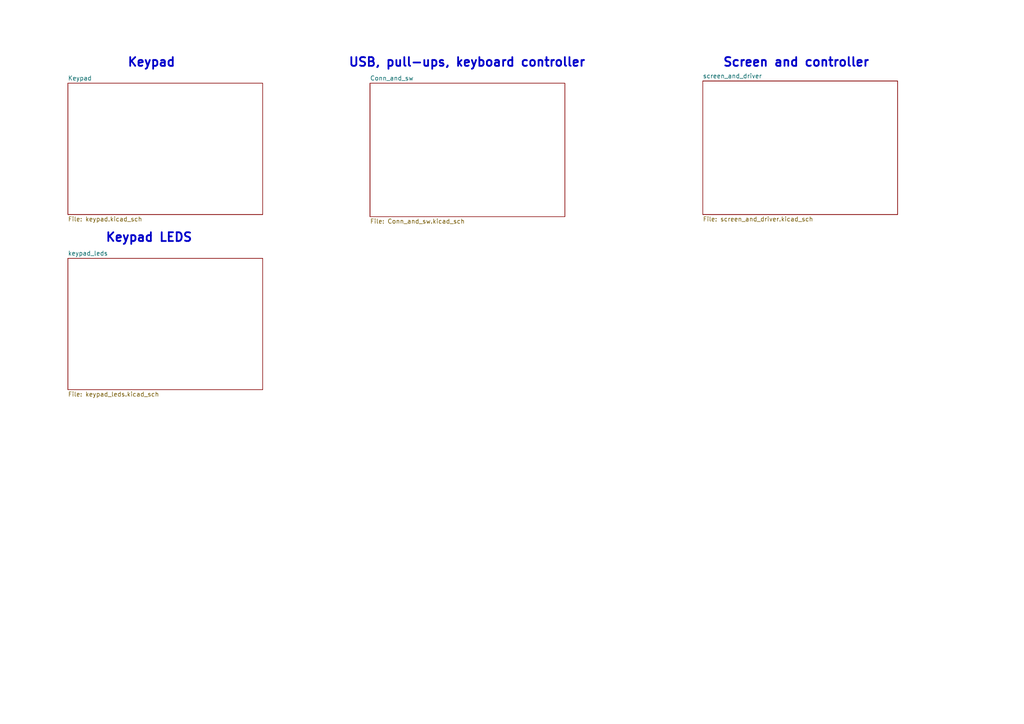
<source format=kicad_sch>
(kicad_sch (version 20211123) (generator eeschema)
  (paper "A4")
  (lib_symbols)
  (text "Screen and controller" (at 209.55 19.685 0) (effects (font (size 2.54 2.54) (thickness 0.508) bold) (justify left bottom)))
  (text "Keypad" (at 36.83 19.685 0) (effects (font (size 2.54 2.54) (thickness 0.508) bold) (justify left bottom)))
  (text "USB, pull-ups, keyboard controller" (at 100.965 19.685 0) (effects (font (size 2.54 2.54) (thickness 0.508) bold) (justify left bottom)))
  (text "Keypad LEDS" (at 30.48 70.485 0) (effects (font (size 2.54 2.54) (thickness 0.508) bold) (justify left bottom)))
  (sheet (at 19.685 24.13) (size 56.515 38.1) (stroke (width 0.1524))
    (property "Sheet name" "Keypad" (at 19.685 23.4184 0) (effects (justify left bottom)))
    (property "Sheet file" "keypad.kicad_sch" (at 19.685 62.8146 0) (effects (justify left top)))
  )
  (sheet (at 107.315 24.13) (size 56.515 38.735) (stroke (width 0.1524))
    (property "Sheet name" "Conn_and_sw" (at 107.315 23.4184 0) (effects (justify left bottom)))
    (property "Sheet file" "Conn_and_sw.kicad_sch" (at 107.315 63.4496 0) (effects (justify left top)))
  )
  (sheet (at 19.685 74.93) (size 56.515 38.1) (stroke (width 0.1524))
    (property "Sheet name" "keypad_leds" (at 19.685 74.2184 0) (effects (justify left bottom)))
    (property "Sheet file" "keypad_leds.kicad_sch" (at 19.685 113.6146 0) (effects (justify left top)))
  )
  (sheet (at 203.835 23.495) (size 56.515 38.735) (stroke (width 0.1524))
    (property "Sheet name" "screen_and_driver" (at 203.835 22.7834 0) (effects (justify left bottom)))
    (property "Sheet file" "screen_and_driver.kicad_sch" (at 203.835 62.8146 0) (effects (justify left top)))
  )
)
</source>
